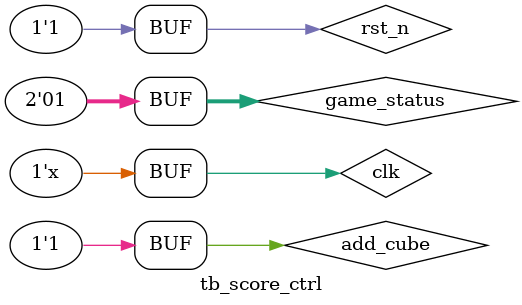
<source format=v>
`timescale 1ns/ 1ns
module tb_score_ctrl();

//// Internal Signal \//
////
//wfine
   reg clk;//25MHz
	reg rst_n;//系统复位
	
	reg add_cube;//蛇吃掉一个苹果，该信号为高
	reg [1:0]game_status;//游戏状态

	wire [11:0]bcd_data;//计分
 ////

 //Init sys_clk,sys_rst_n
 initial
 begin
	 clk = 1'b1;
	 rst_n <= 1'b0;
	 add_cube <= 1'b0;
	 game_status <= 2'b1;
	 #200
	 rst_n <= 1'b1;
	 #440
	 add_cube <= 1'b1;
 end

 //Generate system clock 50MHz
 always #10 clk = ~clk ;
 
 //------------------------------------------------------------
 //Get the internal variables

 //------------------------------------------------------------

 ////
 //\* Instantiation \//
 ////

 //------------- vga_rom_pic_inst -------------
score_ctrl score_ctrl_inst(
	.clk(clk),
	.rst_n(rst_n),
	.add_cube(add_cube),
	.game_status(game_status),
	
	.bcd_data(bcd_data)
);

endmodule
</source>
